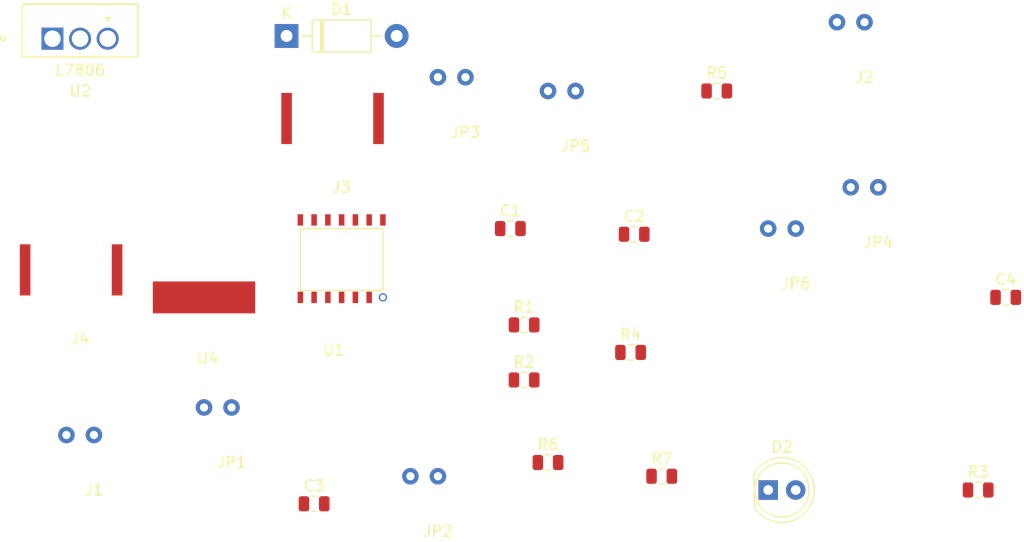
<source format=kicad_pcb>
(kicad_pcb (version 20171130) (host pcbnew "(6.0.0-rc1-dev-305-gf0b8b21)")

  (general
    (thickness 1.6)
    (drawings 0)
    (tracks 0)
    (zones 0)
    (modules 26)
    (nets 19)
  )

  (page A4)
  (layers
    (0 F.Cu signal)
    (31 B.Cu signal)
    (32 B.Adhes user)
    (33 F.Adhes user)
    (34 B.Paste user)
    (35 F.Paste user)
    (36 B.SilkS user)
    (37 F.SilkS user)
    (38 B.Mask user)
    (39 F.Mask user)
    (40 Dwgs.User user)
    (41 Cmts.User user)
    (42 Eco1.User user)
    (43 Eco2.User user)
    (44 Edge.Cuts user)
    (45 Margin user)
    (46 B.CrtYd user)
    (47 F.CrtYd user)
    (48 B.Fab user)
    (49 F.Fab user)
  )

  (setup
    (last_trace_width 0.25)
    (trace_clearance 0.2)
    (zone_clearance 0.508)
    (zone_45_only no)
    (trace_min 0.2)
    (via_size 0.8)
    (via_drill 0.4)
    (via_min_size 0.4)
    (via_min_drill 0.3)
    (uvia_size 0.3)
    (uvia_drill 0.1)
    (uvias_allowed no)
    (uvia_min_size 0.2)
    (uvia_min_drill 0.1)
    (edge_width 0.1)
    (segment_width 0.2)
    (pcb_text_width 0.3)
    (pcb_text_size 1.5 1.5)
    (mod_edge_width 0.15)
    (mod_text_size 1 1)
    (mod_text_width 0.15)
    (pad_size 1.524 1.524)
    (pad_drill 0.762)
    (pad_to_mask_clearance 0)
    (aux_axis_origin 0 0)
    (visible_elements FFFFFF7F)
    (pcbplotparams
      (layerselection 0x010fc_ffffffff)
      (usegerberextensions false)
      (usegerberattributes false)
      (usegerberadvancedattributes false)
      (creategerberjobfile false)
      (excludeedgelayer true)
      (linewidth 0.100000)
      (plotframeref false)
      (viasonmask false)
      (mode 1)
      (useauxorigin false)
      (hpglpennumber 1)
      (hpglpenspeed 20)
      (hpglpendiameter 15.000000)
      (psnegative false)
      (psa4output false)
      (plotreference true)
      (plotvalue true)
      (plotinvisibletext false)
      (padsonsilk false)
      (subtractmaskfromsilk false)
      (outputformat 1)
      (mirror false)
      (drillshape 1)
      (scaleselection 1)
      (outputdirectory ""))
  )

  (net 0 "")
  (net 1 "Net-(C1-Pad1)")
  (net 2 "Net-(C1-Pad2)")
  (net 3 "Net-(C2-Pad2)")
  (net 4 GND)
  (net 5 VCC)
  (net 6 "Net-(D1-Pad2)")
  (net 7 "Net-(D2-Pad2)")
  (net 8 "Net-(J1-Pad1)")
  (net 9 "Net-(J3-Pad1)")
  (net 10 "Net-(J4-Pad1)")
  (net 11 "Net-(JP3-Pad1)")
  (net 12 "Net-(JP3-Pad2)")
  (net 13 "Net-(JP4-Pad2)")
  (net 14 "Net-(JP5-Pad2)")
  (net 15 "Net-(JP6-Pad2)")
  (net 16 "Net-(U1-Pad12)")
  (net 17 "Net-(U1-Pad11)")
  (net 18 "Net-(U1-Pad13)")

  (net_class Default "This is the default net class."
    (clearance 0.2)
    (trace_width 0.25)
    (via_dia 0.8)
    (via_drill 0.4)
    (uvia_dia 0.3)
    (uvia_drill 0.1)
    (add_net GND)
    (add_net "Net-(C1-Pad1)")
    (add_net "Net-(C1-Pad2)")
    (add_net "Net-(C2-Pad2)")
    (add_net "Net-(D1-Pad2)")
    (add_net "Net-(D2-Pad2)")
    (add_net "Net-(J1-Pad1)")
    (add_net "Net-(J3-Pad1)")
    (add_net "Net-(J4-Pad1)")
    (add_net "Net-(JP3-Pad1)")
    (add_net "Net-(JP3-Pad2)")
    (add_net "Net-(JP4-Pad2)")
    (add_net "Net-(JP5-Pad2)")
    (add_net "Net-(JP6-Pad2)")
    (add_net "Net-(U1-Pad11)")
    (add_net "Net-(U1-Pad12)")
    (add_net "Net-(U1-Pad13)")
    (add_net VCC)
  )

  (module Capacitor_SMD:C_0805_2012Metric (layer F.Cu) (tedit 5B36C52B) (tstamp 5BFC0FCC)
    (at 123.5225 91.44)
    (descr "Capacitor SMD 0805 (2012 Metric), square (rectangular) end terminal, IPC_7351 nominal, (Body size source: https://docs.google.com/spreadsheets/d/1BsfQQcO9C6DZCsRaXUlFlo91Tg2WpOkGARC1WS5S8t0/edit?usp=sharing), generated with kicad-footprint-generator")
    (tags capacitor)
    (path /5BF34F04)
    (attr smd)
    (fp_text reference C1 (at 0 -1.65) (layer F.SilkS)
      (effects (font (size 1 1) (thickness 0.15)))
    )
    (fp_text value C (at 0 1.65) (layer F.Fab)
      (effects (font (size 1 1) (thickness 0.15)))
    )
    (fp_line (start -1 0.6) (end -1 -0.6) (layer F.Fab) (width 0.1))
    (fp_line (start -1 -0.6) (end 1 -0.6) (layer F.Fab) (width 0.1))
    (fp_line (start 1 -0.6) (end 1 0.6) (layer F.Fab) (width 0.1))
    (fp_line (start 1 0.6) (end -1 0.6) (layer F.Fab) (width 0.1))
    (fp_line (start -0.258578 -0.71) (end 0.258578 -0.71) (layer F.SilkS) (width 0.12))
    (fp_line (start -0.258578 0.71) (end 0.258578 0.71) (layer F.SilkS) (width 0.12))
    (fp_line (start -1.68 0.95) (end -1.68 -0.95) (layer F.CrtYd) (width 0.05))
    (fp_line (start -1.68 -0.95) (end 1.68 -0.95) (layer F.CrtYd) (width 0.05))
    (fp_line (start 1.68 -0.95) (end 1.68 0.95) (layer F.CrtYd) (width 0.05))
    (fp_line (start 1.68 0.95) (end -1.68 0.95) (layer F.CrtYd) (width 0.05))
    (fp_text user %R (at 0 0) (layer F.Fab)
      (effects (font (size 0.5 0.5) (thickness 0.08)))
    )
    (pad 1 smd roundrect (at -0.9375 0) (size 0.975 1.4) (layers F.Cu F.Paste F.Mask) (roundrect_rratio 0.25)
      (net 1 "Net-(C1-Pad1)"))
    (pad 2 smd roundrect (at 0.9375 0) (size 0.975 1.4) (layers F.Cu F.Paste F.Mask) (roundrect_rratio 0.25)
      (net 2 "Net-(C1-Pad2)"))
    (model ${KISYS3DMOD}/Capacitor_SMD.3dshapes/C_0805_2012Metric.wrl
      (at (xyz 0 0 0))
      (scale (xyz 1 1 1))
      (rotate (xyz 0 0 0))
    )
  )

  (module Capacitor_SMD:C_0805_2012Metric (layer F.Cu) (tedit 5B36C52B) (tstamp 5BFC0FDD)
    (at 134.9525 91.965001)
    (descr "Capacitor SMD 0805 (2012 Metric), square (rectangular) end terminal, IPC_7351 nominal, (Body size source: https://docs.google.com/spreadsheets/d/1BsfQQcO9C6DZCsRaXUlFlo91Tg2WpOkGARC1WS5S8t0/edit?usp=sharing), generated with kicad-footprint-generator")
    (tags capacitor)
    (path /5BF63FDD)
    (attr smd)
    (fp_text reference C2 (at 0 -1.65) (layer F.SilkS)
      (effects (font (size 1 1) (thickness 0.15)))
    )
    (fp_text value C (at 0 1.65) (layer F.Fab)
      (effects (font (size 1 1) (thickness 0.15)))
    )
    (fp_text user %R (at 0 0) (layer F.Fab)
      (effects (font (size 0.5 0.5) (thickness 0.08)))
    )
    (fp_line (start 1.68 0.95) (end -1.68 0.95) (layer F.CrtYd) (width 0.05))
    (fp_line (start 1.68 -0.95) (end 1.68 0.95) (layer F.CrtYd) (width 0.05))
    (fp_line (start -1.68 -0.95) (end 1.68 -0.95) (layer F.CrtYd) (width 0.05))
    (fp_line (start -1.68 0.95) (end -1.68 -0.95) (layer F.CrtYd) (width 0.05))
    (fp_line (start -0.258578 0.71) (end 0.258578 0.71) (layer F.SilkS) (width 0.12))
    (fp_line (start -0.258578 -0.71) (end 0.258578 -0.71) (layer F.SilkS) (width 0.12))
    (fp_line (start 1 0.6) (end -1 0.6) (layer F.Fab) (width 0.1))
    (fp_line (start 1 -0.6) (end 1 0.6) (layer F.Fab) (width 0.1))
    (fp_line (start -1 -0.6) (end 1 -0.6) (layer F.Fab) (width 0.1))
    (fp_line (start -1 0.6) (end -1 -0.6) (layer F.Fab) (width 0.1))
    (pad 2 smd roundrect (at 0.9375 0) (size 0.975 1.4) (layers F.Cu F.Paste F.Mask) (roundrect_rratio 0.25)
      (net 3 "Net-(C2-Pad2)"))
    (pad 1 smd roundrect (at -0.9375 0) (size 0.975 1.4) (layers F.Cu F.Paste F.Mask) (roundrect_rratio 0.25)
      (net 4 GND))
    (model ${KISYS3DMOD}/Capacitor_SMD.3dshapes/C_0805_2012Metric.wrl
      (at (xyz 0 0 0))
      (scale (xyz 1 1 1))
      (rotate (xyz 0 0 0))
    )
  )

  (module Capacitor_SMD:C_0805_2012Metric (layer F.Cu) (tedit 5B36C52B) (tstamp 5BFC0FEE)
    (at 105.41 116.84)
    (descr "Capacitor SMD 0805 (2012 Metric), square (rectangular) end terminal, IPC_7351 nominal, (Body size source: https://docs.google.com/spreadsheets/d/1BsfQQcO9C6DZCsRaXUlFlo91Tg2WpOkGARC1WS5S8t0/edit?usp=sharing), generated with kicad-footprint-generator")
    (tags capacitor)
    (path /5BF63C11)
    (attr smd)
    (fp_text reference C3 (at 0 -1.65) (layer F.SilkS)
      (effects (font (size 1 1) (thickness 0.15)))
    )
    (fp_text value C (at 0 1.65) (layer F.Fab)
      (effects (font (size 1 1) (thickness 0.15)))
    )
    (fp_line (start -1 0.6) (end -1 -0.6) (layer F.Fab) (width 0.1))
    (fp_line (start -1 -0.6) (end 1 -0.6) (layer F.Fab) (width 0.1))
    (fp_line (start 1 -0.6) (end 1 0.6) (layer F.Fab) (width 0.1))
    (fp_line (start 1 0.6) (end -1 0.6) (layer F.Fab) (width 0.1))
    (fp_line (start -0.258578 -0.71) (end 0.258578 -0.71) (layer F.SilkS) (width 0.12))
    (fp_line (start -0.258578 0.71) (end 0.258578 0.71) (layer F.SilkS) (width 0.12))
    (fp_line (start -1.68 0.95) (end -1.68 -0.95) (layer F.CrtYd) (width 0.05))
    (fp_line (start -1.68 -0.95) (end 1.68 -0.95) (layer F.CrtYd) (width 0.05))
    (fp_line (start 1.68 -0.95) (end 1.68 0.95) (layer F.CrtYd) (width 0.05))
    (fp_line (start 1.68 0.95) (end -1.68 0.95) (layer F.CrtYd) (width 0.05))
    (fp_text user %R (at 0 0) (layer F.Fab)
      (effects (font (size 0.5 0.5) (thickness 0.08)))
    )
    (pad 1 smd roundrect (at -0.9375 0) (size 0.975 1.4) (layers F.Cu F.Paste F.Mask) (roundrect_rratio 0.25)
      (net 4 GND))
    (pad 2 smd roundrect (at 0.9375 0) (size 0.975 1.4) (layers F.Cu F.Paste F.Mask) (roundrect_rratio 0.25)
      (net 5 VCC))
    (model ${KISYS3DMOD}/Capacitor_SMD.3dshapes/C_0805_2012Metric.wrl
      (at (xyz 0 0 0))
      (scale (xyz 1 1 1))
      (rotate (xyz 0 0 0))
    )
  )

  (module Capacitor_SMD:C_0805_2012Metric (layer F.Cu) (tedit 5B36C52B) (tstamp 5BFC0FFF)
    (at 169.2425 97.79)
    (descr "Capacitor SMD 0805 (2012 Metric), square (rectangular) end terminal, IPC_7351 nominal, (Body size source: https://docs.google.com/spreadsheets/d/1BsfQQcO9C6DZCsRaXUlFlo91Tg2WpOkGARC1WS5S8t0/edit?usp=sharing), generated with kicad-footprint-generator")
    (tags capacitor)
    (path /5BF633DC)
    (attr smd)
    (fp_text reference C4 (at 0 -1.65) (layer F.SilkS)
      (effects (font (size 1 1) (thickness 0.15)))
    )
    (fp_text value C (at 0 1.65) (layer F.Fab)
      (effects (font (size 1 1) (thickness 0.15)))
    )
    (fp_text user %R (at 0 0) (layer F.Fab)
      (effects (font (size 0.5 0.5) (thickness 0.08)))
    )
    (fp_line (start 1.68 0.95) (end -1.68 0.95) (layer F.CrtYd) (width 0.05))
    (fp_line (start 1.68 -0.95) (end 1.68 0.95) (layer F.CrtYd) (width 0.05))
    (fp_line (start -1.68 -0.95) (end 1.68 -0.95) (layer F.CrtYd) (width 0.05))
    (fp_line (start -1.68 0.95) (end -1.68 -0.95) (layer F.CrtYd) (width 0.05))
    (fp_line (start -0.258578 0.71) (end 0.258578 0.71) (layer F.SilkS) (width 0.12))
    (fp_line (start -0.258578 -0.71) (end 0.258578 -0.71) (layer F.SilkS) (width 0.12))
    (fp_line (start 1 0.6) (end -1 0.6) (layer F.Fab) (width 0.1))
    (fp_line (start 1 -0.6) (end 1 0.6) (layer F.Fab) (width 0.1))
    (fp_line (start -1 -0.6) (end 1 -0.6) (layer F.Fab) (width 0.1))
    (fp_line (start -1 0.6) (end -1 -0.6) (layer F.Fab) (width 0.1))
    (pad 2 smd roundrect (at 0.9375 0) (size 0.975 1.4) (layers F.Cu F.Paste F.Mask) (roundrect_rratio 0.25)
      (net 5 VCC))
    (pad 1 smd roundrect (at -0.9375 0) (size 0.975 1.4) (layers F.Cu F.Paste F.Mask) (roundrect_rratio 0.25)
      (net 4 GND))
    (model ${KISYS3DMOD}/Capacitor_SMD.3dshapes/C_0805_2012Metric.wrl
      (at (xyz 0 0 0))
      (scale (xyz 1 1 1))
      (rotate (xyz 0 0 0))
    )
  )

  (module Diode_THT:D_DO-41_SOD81_P10.16mm_Horizontal (layer F.Cu) (tedit 5AE50CD5) (tstamp 5BFC101E)
    (at 102.87 73.66)
    (descr "Diode, DO-41_SOD81 series, Axial, Horizontal, pin pitch=10.16mm, , length*diameter=5.2*2.7mm^2, , http://www.diodes.com/_files/packages/DO-41%20(Plastic).pdf")
    (tags "Diode DO-41_SOD81 series Axial Horizontal pin pitch 10.16mm  length 5.2mm diameter 2.7mm")
    (path /5BF6099A)
    (fp_text reference D1 (at 5.08 -2.47) (layer F.SilkS)
      (effects (font (size 1 1) (thickness 0.15)))
    )
    (fp_text value 1N4001 (at 5.08 2.47) (layer F.Fab)
      (effects (font (size 1 1) (thickness 0.15)))
    )
    (fp_line (start 2.48 -1.35) (end 2.48 1.35) (layer F.Fab) (width 0.1))
    (fp_line (start 2.48 1.35) (end 7.68 1.35) (layer F.Fab) (width 0.1))
    (fp_line (start 7.68 1.35) (end 7.68 -1.35) (layer F.Fab) (width 0.1))
    (fp_line (start 7.68 -1.35) (end 2.48 -1.35) (layer F.Fab) (width 0.1))
    (fp_line (start 0 0) (end 2.48 0) (layer F.Fab) (width 0.1))
    (fp_line (start 10.16 0) (end 7.68 0) (layer F.Fab) (width 0.1))
    (fp_line (start 3.26 -1.35) (end 3.26 1.35) (layer F.Fab) (width 0.1))
    (fp_line (start 3.36 -1.35) (end 3.36 1.35) (layer F.Fab) (width 0.1))
    (fp_line (start 3.16 -1.35) (end 3.16 1.35) (layer F.Fab) (width 0.1))
    (fp_line (start 2.36 -1.47) (end 2.36 1.47) (layer F.SilkS) (width 0.12))
    (fp_line (start 2.36 1.47) (end 7.8 1.47) (layer F.SilkS) (width 0.12))
    (fp_line (start 7.8 1.47) (end 7.8 -1.47) (layer F.SilkS) (width 0.12))
    (fp_line (start 7.8 -1.47) (end 2.36 -1.47) (layer F.SilkS) (width 0.12))
    (fp_line (start 1.34 0) (end 2.36 0) (layer F.SilkS) (width 0.12))
    (fp_line (start 8.82 0) (end 7.8 0) (layer F.SilkS) (width 0.12))
    (fp_line (start 3.26 -1.47) (end 3.26 1.47) (layer F.SilkS) (width 0.12))
    (fp_line (start 3.38 -1.47) (end 3.38 1.47) (layer F.SilkS) (width 0.12))
    (fp_line (start 3.14 -1.47) (end 3.14 1.47) (layer F.SilkS) (width 0.12))
    (fp_line (start -1.35 -1.6) (end -1.35 1.6) (layer F.CrtYd) (width 0.05))
    (fp_line (start -1.35 1.6) (end 11.51 1.6) (layer F.CrtYd) (width 0.05))
    (fp_line (start 11.51 1.6) (end 11.51 -1.6) (layer F.CrtYd) (width 0.05))
    (fp_line (start 11.51 -1.6) (end -1.35 -1.6) (layer F.CrtYd) (width 0.05))
    (fp_text user %R (at 5.47 0) (layer F.Fab)
      (effects (font (size 1 1) (thickness 0.15)))
    )
    (fp_text user K (at 0 -2.1) (layer F.Fab)
      (effects (font (size 1 1) (thickness 0.15)))
    )
    (fp_text user K (at 0 -2.1) (layer F.SilkS)
      (effects (font (size 1 1) (thickness 0.15)))
    )
    (pad 1 thru_hole rect (at 0 0) (size 2.2 2.2) (drill 1.1) (layers *.Cu *.Mask)
      (net 3 "Net-(C2-Pad2)"))
    (pad 2 thru_hole oval (at 10.16 0) (size 2.2 2.2) (drill 1.1) (layers *.Cu *.Mask)
      (net 6 "Net-(D1-Pad2)"))
    (model ${KISYS3DMOD}/Diode_THT.3dshapes/D_DO-41_SOD81_P10.16mm_Horizontal.wrl
      (at (xyz 0 0 0))
      (scale (xyz 1 1 1))
      (rotate (xyz 0 0 0))
    )
  )

  (module LED_THT:LED_D5.0mm (layer F.Cu) (tedit 5995936A) (tstamp 5BFC1030)
    (at 147.32 115.57)
    (descr "LED, diameter 5.0mm, 2 pins, http://cdn-reichelt.de/documents/datenblatt/A500/LL-504BC2E-009.pdf")
    (tags "LED diameter 5.0mm 2 pins")
    (path /5BF68440)
    (fp_text reference D2 (at 1.27 -3.96) (layer F.SilkS)
      (effects (font (size 1 1) (thickness 0.15)))
    )
    (fp_text value LED (at 1.27 3.96) (layer F.Fab)
      (effects (font (size 1 1) (thickness 0.15)))
    )
    (fp_arc (start 1.27 0) (end -1.23 -1.469694) (angle 299.1) (layer F.Fab) (width 0.1))
    (fp_arc (start 1.27 0) (end -1.29 -1.54483) (angle 148.9) (layer F.SilkS) (width 0.12))
    (fp_arc (start 1.27 0) (end -1.29 1.54483) (angle -148.9) (layer F.SilkS) (width 0.12))
    (fp_circle (center 1.27 0) (end 3.77 0) (layer F.Fab) (width 0.1))
    (fp_circle (center 1.27 0) (end 3.77 0) (layer F.SilkS) (width 0.12))
    (fp_line (start -1.23 -1.469694) (end -1.23 1.469694) (layer F.Fab) (width 0.1))
    (fp_line (start -1.29 -1.545) (end -1.29 1.545) (layer F.SilkS) (width 0.12))
    (fp_line (start -1.95 -3.25) (end -1.95 3.25) (layer F.CrtYd) (width 0.05))
    (fp_line (start -1.95 3.25) (end 4.5 3.25) (layer F.CrtYd) (width 0.05))
    (fp_line (start 4.5 3.25) (end 4.5 -3.25) (layer F.CrtYd) (width 0.05))
    (fp_line (start 4.5 -3.25) (end -1.95 -3.25) (layer F.CrtYd) (width 0.05))
    (fp_text user %R (at 1.25 0) (layer F.Fab)
      (effects (font (size 0.8 0.8) (thickness 0.2)))
    )
    (pad 1 thru_hole rect (at 0 0) (size 1.8 1.8) (drill 0.9) (layers *.Cu *.Mask)
      (net 4 GND))
    (pad 2 thru_hole circle (at 2.54 0) (size 1.8 1.8) (drill 0.9) (layers *.Cu *.Mask)
      (net 7 "Net-(D2-Pad2)"))
    (model ${KISYS3DMOD}/LED_THT.3dshapes/LED_D5.0mm.wrl
      (at (xyz 0 0 0))
      (scale (xyz 1 1 1))
      (rotate (xyz 0 0 0))
    )
  )

  (module My_Footprints:Two_Pos_Jumper (layer F.Cu) (tedit 5BFB934F) (tstamp 5BFC1036)
    (at 82.55 110.49)
    (path /5BF34C06)
    (fp_text reference J1 (at 2.54 5.08) (layer F.SilkS)
      (effects (font (size 1 1) (thickness 0.15)))
    )
    (fp_text value Conn_01x02_Male (at 2.54 2.54) (layer F.Fab)
      (effects (font (size 1 1) (thickness 0.15)))
    )
    (pad 1 thru_hole circle (at 0 0) (size 1.524 1.524) (drill 0.762) (layers *.Cu *.Mask)
      (net 8 "Net-(J1-Pad1)"))
    (pad 2 thru_hole circle (at 2.54 0) (size 1.524 1.524) (drill 0.762) (layers *.Cu *.Mask)
      (net 4 GND))
  )

  (module My_Footprints:Two_Pos_Jumper (layer F.Cu) (tedit 5BFB934F) (tstamp 5BFC103C)
    (at 153.67 72.39)
    (path /5BF61605)
    (fp_text reference J2 (at 2.54 5.08) (layer F.SilkS)
      (effects (font (size 1 1) (thickness 0.15)))
    )
    (fp_text value Conn_01x02_Male (at 2.54 2.54) (layer F.Fab)
      (effects (font (size 1 1) (thickness 0.15)))
    )
    (pad 2 thru_hole circle (at 2.54 0) (size 1.524 1.524) (drill 0.762) (layers *.Cu *.Mask)
      (net 4 GND))
    (pad 1 thru_hole circle (at 0 0) (size 1.524 1.524) (drill 0.762) (layers *.Cu *.Mask)
      (net 6 "Net-(D1-Pad2)"))
  )

  (module My_Footprints:BNC_Connector (layer F.Cu) (tedit 5BFBB8CB) (tstamp 5BFC1047)
    (at 102.87 81.28)
    (path /5BF5C810)
    (fp_text reference J3 (at 5.08 6.35) (layer F.SilkS)
      (effects (font (size 1 1) (thickness 0.15)))
    )
    (fp_text value Conn_Coaxial (at 4.445 4.445) (layer F.Fab)
      (effects (font (size 1 1) (thickness 0.15)))
    )
    (fp_line (start 3.84175 0) (end 3.84175 -2.3622) (layer F.CrtYd) (width 0.12))
    (fp_line (start 3.84175 -2.3622) (end 4.54025 -2.3622) (layer F.CrtYd) (width 0.12))
    (fp_line (start 4.54025 -2.3622) (end 4.54025 2.3622) (layer F.CrtYd) (width 0.12))
    (fp_line (start 4.54025 2.3622) (end 3.84175 2.3622) (layer F.CrtYd) (width 0.12))
    (fp_line (start 3.84175 2.3622) (end 3.84175 0) (layer F.CrtYd) (width 0.12))
    (pad 1 smd rect (at 0 0) (size 0.9779 4.7244) (layers F.Cu F.Paste F.Mask)
      (net 9 "Net-(J3-Pad1)"))
    (pad 2 smd rect (at 8.4836 0) (size 0.9779 4.7244) (layers F.Cu F.Paste F.Mask)
      (net 4 GND))
  )

  (module My_Footprints:BNC_Connector (layer F.Cu) (tedit 5BFBB8CB) (tstamp 5BFC1052)
    (at 78.74 95.25)
    (path /5BF5CE7C)
    (fp_text reference J4 (at 5.08 6.35) (layer F.SilkS)
      (effects (font (size 1 1) (thickness 0.15)))
    )
    (fp_text value Conn_Coaxial (at 4.445 4.445) (layer F.Fab)
      (effects (font (size 1 1) (thickness 0.15)))
    )
    (fp_line (start 3.84175 2.3622) (end 3.84175 0) (layer F.CrtYd) (width 0.12))
    (fp_line (start 4.54025 2.3622) (end 3.84175 2.3622) (layer F.CrtYd) (width 0.12))
    (fp_line (start 4.54025 -2.3622) (end 4.54025 2.3622) (layer F.CrtYd) (width 0.12))
    (fp_line (start 3.84175 -2.3622) (end 4.54025 -2.3622) (layer F.CrtYd) (width 0.12))
    (fp_line (start 3.84175 0) (end 3.84175 -2.3622) (layer F.CrtYd) (width 0.12))
    (pad 2 smd rect (at 8.4836 0) (size 0.9779 4.7244) (layers F.Cu F.Paste F.Mask)
      (net 4 GND))
    (pad 1 smd rect (at 0 0) (size 0.9779 4.7244) (layers F.Cu F.Paste F.Mask)
      (net 10 "Net-(J4-Pad1)"))
  )

  (module My_Footprints:Two_Pos_Jumper (layer F.Cu) (tedit 5BFB934F) (tstamp 5BFC1058)
    (at 95.25 107.95)
    (path /5BFC95F1)
    (fp_text reference JP1 (at 2.54 5.08) (layer F.SilkS)
      (effects (font (size 1 1) (thickness 0.15)))
    )
    (fp_text value Jumper (at 2.54 2.54) (layer F.Fab)
      (effects (font (size 1 1) (thickness 0.15)))
    )
    (pad 1 thru_hole circle (at 0 0) (size 1.524 1.524) (drill 0.762) (layers *.Cu *.Mask)
      (net 8 "Net-(J1-Pad1)"))
    (pad 2 thru_hole circle (at 2.54 0) (size 1.524 1.524) (drill 0.762) (layers *.Cu *.Mask)
      (net 2 "Net-(C1-Pad2)"))
  )

  (module My_Footprints:Two_Pos_Jumper (layer F.Cu) (tedit 5BFB934F) (tstamp 5BFC105E)
    (at 114.3 114.3)
    (path /5BFCA8E8)
    (fp_text reference JP2 (at 2.54 5.08) (layer F.SilkS)
      (effects (font (size 1 1) (thickness 0.15)))
    )
    (fp_text value Jumper (at 2.54 2.54) (layer F.Fab)
      (effects (font (size 1 1) (thickness 0.15)))
    )
    (pad 2 thru_hole circle (at 2.54 0) (size 1.524 1.524) (drill 0.762) (layers *.Cu *.Mask)
      (net 2 "Net-(C1-Pad2)"))
    (pad 1 thru_hole circle (at 0 0) (size 1.524 1.524) (drill 0.762) (layers *.Cu *.Mask)
      (net 4 GND))
  )

  (module My_Footprints:Two_Pos_Jumper (layer F.Cu) (tedit 5BFB934F) (tstamp 5BFC1064)
    (at 116.84 77.47)
    (path /5BFA2C68)
    (fp_text reference JP3 (at 2.54 5.08) (layer F.SilkS)
      (effects (font (size 1 1) (thickness 0.15)))
    )
    (fp_text value Jumper (at 2.54 2.54) (layer F.Fab)
      (effects (font (size 1 1) (thickness 0.15)))
    )
    (pad 1 thru_hole circle (at 0 0) (size 1.524 1.524) (drill 0.762) (layers *.Cu *.Mask)
      (net 11 "Net-(JP3-Pad1)"))
    (pad 2 thru_hole circle (at 2.54 0) (size 1.524 1.524) (drill 0.762) (layers *.Cu *.Mask)
      (net 12 "Net-(JP3-Pad2)"))
  )

  (module My_Footprints:Two_Pos_Jumper (layer F.Cu) (tedit 5BFB934F) (tstamp 5BFC106A)
    (at 154.94 87.63)
    (path /5BFA2CF7)
    (fp_text reference JP4 (at 2.54 5.08) (layer F.SilkS)
      (effects (font (size 1 1) (thickness 0.15)))
    )
    (fp_text value Jumper (at 2.54 2.54) (layer F.Fab)
      (effects (font (size 1 1) (thickness 0.15)))
    )
    (pad 2 thru_hole circle (at 2.54 0) (size 1.524 1.524) (drill 0.762) (layers *.Cu *.Mask)
      (net 13 "Net-(JP4-Pad2)"))
    (pad 1 thru_hole circle (at 0 0) (size 1.524 1.524) (drill 0.762) (layers *.Cu *.Mask)
      (net 11 "Net-(JP3-Pad1)"))
  )

  (module My_Footprints:Two_Pos_Jumper (layer F.Cu) (tedit 5BFB934F) (tstamp 5BFC1070)
    (at 127 78.74)
    (path /5BFA3C4F)
    (fp_text reference JP5 (at 2.54 5.08) (layer F.SilkS)
      (effects (font (size 1 1) (thickness 0.15)))
    )
    (fp_text value Jumper (at 2.54 2.54) (layer F.Fab)
      (effects (font (size 1 1) (thickness 0.15)))
    )
    (pad 1 thru_hole circle (at 0 0) (size 1.524 1.524) (drill 0.762) (layers *.Cu *.Mask)
      (net 11 "Net-(JP3-Pad1)"))
    (pad 2 thru_hole circle (at 2.54 0) (size 1.524 1.524) (drill 0.762) (layers *.Cu *.Mask)
      (net 14 "Net-(JP5-Pad2)"))
  )

  (module My_Footprints:Two_Pos_Jumper (layer F.Cu) (tedit 5BFB934F) (tstamp 5BFC1076)
    (at 147.32 91.44)
    (path /5BFAAAF3)
    (fp_text reference JP6 (at 2.54 5.08) (layer F.SilkS)
      (effects (font (size 1 1) (thickness 0.15)))
    )
    (fp_text value Jumper (at 2.54 2.54) (layer F.Fab)
      (effects (font (size 1 1) (thickness 0.15)))
    )
    (pad 2 thru_hole circle (at 2.54 0) (size 1.524 1.524) (drill 0.762) (layers *.Cu *.Mask)
      (net 15 "Net-(JP6-Pad2)"))
    (pad 1 thru_hole circle (at 0 0) (size 1.524 1.524) (drill 0.762) (layers *.Cu *.Mask)
      (net 11 "Net-(JP3-Pad1)"))
  )

  (module Resistor_SMD:R_0805_2012Metric (layer F.Cu) (tedit 5B36C52B) (tstamp 5BFC1087)
    (at 124.7925 100.33)
    (descr "Resistor SMD 0805 (2012 Metric), square (rectangular) end terminal, IPC_7351 nominal, (Body size source: https://docs.google.com/spreadsheets/d/1BsfQQcO9C6DZCsRaXUlFlo91Tg2WpOkGARC1WS5S8t0/edit?usp=sharing), generated with kicad-footprint-generator")
    (tags resistor)
    (path /5BF350A6)
    (attr smd)
    (fp_text reference R1 (at 0 -1.65) (layer F.SilkS)
      (effects (font (size 1 1) (thickness 0.15)))
    )
    (fp_text value R (at 0 1.65) (layer F.Fab)
      (effects (font (size 1 1) (thickness 0.15)))
    )
    (fp_text user %R (at 0 0) (layer F.Fab)
      (effects (font (size 0.5 0.5) (thickness 0.08)))
    )
    (fp_line (start 1.68 0.95) (end -1.68 0.95) (layer F.CrtYd) (width 0.05))
    (fp_line (start 1.68 -0.95) (end 1.68 0.95) (layer F.CrtYd) (width 0.05))
    (fp_line (start -1.68 -0.95) (end 1.68 -0.95) (layer F.CrtYd) (width 0.05))
    (fp_line (start -1.68 0.95) (end -1.68 -0.95) (layer F.CrtYd) (width 0.05))
    (fp_line (start -0.258578 0.71) (end 0.258578 0.71) (layer F.SilkS) (width 0.12))
    (fp_line (start -0.258578 -0.71) (end 0.258578 -0.71) (layer F.SilkS) (width 0.12))
    (fp_line (start 1 0.6) (end -1 0.6) (layer F.Fab) (width 0.1))
    (fp_line (start 1 -0.6) (end 1 0.6) (layer F.Fab) (width 0.1))
    (fp_line (start -1 -0.6) (end 1 -0.6) (layer F.Fab) (width 0.1))
    (fp_line (start -1 0.6) (end -1 -0.6) (layer F.Fab) (width 0.1))
    (pad 2 smd roundrect (at 0.9375 0) (size 0.975 1.4) (layers F.Cu F.Paste F.Mask) (roundrect_rratio 0.25)
      (net 1 "Net-(C1-Pad1)"))
    (pad 1 smd roundrect (at -0.9375 0) (size 0.975 1.4) (layers F.Cu F.Paste F.Mask) (roundrect_rratio 0.25)
      (net 5 VCC))
    (model ${KISYS3DMOD}/Resistor_SMD.3dshapes/R_0805_2012Metric.wrl
      (at (xyz 0 0 0))
      (scale (xyz 1 1 1))
      (rotate (xyz 0 0 0))
    )
  )

  (module Resistor_SMD:R_0805_2012Metric (layer F.Cu) (tedit 5B36C52B) (tstamp 5BFC1098)
    (at 124.7925 105.41)
    (descr "Resistor SMD 0805 (2012 Metric), square (rectangular) end terminal, IPC_7351 nominal, (Body size source: https://docs.google.com/spreadsheets/d/1BsfQQcO9C6DZCsRaXUlFlo91Tg2WpOkGARC1WS5S8t0/edit?usp=sharing), generated with kicad-footprint-generator")
    (tags resistor)
    (path /5BF34FD3)
    (attr smd)
    (fp_text reference R2 (at 0 -1.65) (layer F.SilkS)
      (effects (font (size 1 1) (thickness 0.15)))
    )
    (fp_text value R (at 0 1.65) (layer F.Fab)
      (effects (font (size 1 1) (thickness 0.15)))
    )
    (fp_line (start -1 0.6) (end -1 -0.6) (layer F.Fab) (width 0.1))
    (fp_line (start -1 -0.6) (end 1 -0.6) (layer F.Fab) (width 0.1))
    (fp_line (start 1 -0.6) (end 1 0.6) (layer F.Fab) (width 0.1))
    (fp_line (start 1 0.6) (end -1 0.6) (layer F.Fab) (width 0.1))
    (fp_line (start -0.258578 -0.71) (end 0.258578 -0.71) (layer F.SilkS) (width 0.12))
    (fp_line (start -0.258578 0.71) (end 0.258578 0.71) (layer F.SilkS) (width 0.12))
    (fp_line (start -1.68 0.95) (end -1.68 -0.95) (layer F.CrtYd) (width 0.05))
    (fp_line (start -1.68 -0.95) (end 1.68 -0.95) (layer F.CrtYd) (width 0.05))
    (fp_line (start 1.68 -0.95) (end 1.68 0.95) (layer F.CrtYd) (width 0.05))
    (fp_line (start 1.68 0.95) (end -1.68 0.95) (layer F.CrtYd) (width 0.05))
    (fp_text user %R (at 0 0) (layer F.Fab)
      (effects (font (size 0.5 0.5) (thickness 0.08)))
    )
    (pad 1 smd roundrect (at -0.9375 0) (size 0.975 1.4) (layers F.Cu F.Paste F.Mask) (roundrect_rratio 0.25)
      (net 1 "Net-(C1-Pad1)"))
    (pad 2 smd roundrect (at 0.9375 0) (size 0.975 1.4) (layers F.Cu F.Paste F.Mask) (roundrect_rratio 0.25)
      (net 4 GND))
    (model ${KISYS3DMOD}/Resistor_SMD.3dshapes/R_0805_2012Metric.wrl
      (at (xyz 0 0 0))
      (scale (xyz 1 1 1))
      (rotate (xyz 0 0 0))
    )
  )

  (module Resistor_SMD:R_0805_2012Metric (layer F.Cu) (tedit 5B36C52B) (tstamp 5BFC10A9)
    (at 166.7025 115.57)
    (descr "Resistor SMD 0805 (2012 Metric), square (rectangular) end terminal, IPC_7351 nominal, (Body size source: https://docs.google.com/spreadsheets/d/1BsfQQcO9C6DZCsRaXUlFlo91Tg2WpOkGARC1WS5S8t0/edit?usp=sharing), generated with kicad-footprint-generator")
    (tags resistor)
    (path /5BF687EC)
    (attr smd)
    (fp_text reference R3 (at 0 -1.65) (layer F.SilkS)
      (effects (font (size 1 1) (thickness 0.15)))
    )
    (fp_text value R (at 0 1.65) (layer F.Fab)
      (effects (font (size 1 1) (thickness 0.15)))
    )
    (fp_text user %R (at 0 0) (layer F.Fab)
      (effects (font (size 0.5 0.5) (thickness 0.08)))
    )
    (fp_line (start 1.68 0.95) (end -1.68 0.95) (layer F.CrtYd) (width 0.05))
    (fp_line (start 1.68 -0.95) (end 1.68 0.95) (layer F.CrtYd) (width 0.05))
    (fp_line (start -1.68 -0.95) (end 1.68 -0.95) (layer F.CrtYd) (width 0.05))
    (fp_line (start -1.68 0.95) (end -1.68 -0.95) (layer F.CrtYd) (width 0.05))
    (fp_line (start -0.258578 0.71) (end 0.258578 0.71) (layer F.SilkS) (width 0.12))
    (fp_line (start -0.258578 -0.71) (end 0.258578 -0.71) (layer F.SilkS) (width 0.12))
    (fp_line (start 1 0.6) (end -1 0.6) (layer F.Fab) (width 0.1))
    (fp_line (start 1 -0.6) (end 1 0.6) (layer F.Fab) (width 0.1))
    (fp_line (start -1 -0.6) (end 1 -0.6) (layer F.Fab) (width 0.1))
    (fp_line (start -1 0.6) (end -1 -0.6) (layer F.Fab) (width 0.1))
    (pad 2 smd roundrect (at 0.9375 0) (size 0.975 1.4) (layers F.Cu F.Paste F.Mask) (roundrect_rratio 0.25)
      (net 5 VCC))
    (pad 1 smd roundrect (at -0.9375 0) (size 0.975 1.4) (layers F.Cu F.Paste F.Mask) (roundrect_rratio 0.25)
      (net 7 "Net-(D2-Pad2)"))
    (model ${KISYS3DMOD}/Resistor_SMD.3dshapes/R_0805_2012Metric.wrl
      (at (xyz 0 0 0))
      (scale (xyz 1 1 1))
      (rotate (xyz 0 0 0))
    )
  )

  (module Resistor_SMD:R_0805_2012Metric (layer F.Cu) (tedit 5B36C52B) (tstamp 5BFC10BA)
    (at 134.62 102.87)
    (descr "Resistor SMD 0805 (2012 Metric), square (rectangular) end terminal, IPC_7351 nominal, (Body size source: https://docs.google.com/spreadsheets/d/1BsfQQcO9C6DZCsRaXUlFlo91Tg2WpOkGARC1WS5S8t0/edit?usp=sharing), generated with kicad-footprint-generator")
    (tags resistor)
    (path /5BFA4BB6)
    (attr smd)
    (fp_text reference R4 (at 0 -1.65) (layer F.SilkS)
      (effects (font (size 1 1) (thickness 0.15)))
    )
    (fp_text value R (at 0 1.65) (layer F.Fab)
      (effects (font (size 1 1) (thickness 0.15)))
    )
    (fp_line (start -1 0.6) (end -1 -0.6) (layer F.Fab) (width 0.1))
    (fp_line (start -1 -0.6) (end 1 -0.6) (layer F.Fab) (width 0.1))
    (fp_line (start 1 -0.6) (end 1 0.6) (layer F.Fab) (width 0.1))
    (fp_line (start 1 0.6) (end -1 0.6) (layer F.Fab) (width 0.1))
    (fp_line (start -0.258578 -0.71) (end 0.258578 -0.71) (layer F.SilkS) (width 0.12))
    (fp_line (start -0.258578 0.71) (end 0.258578 0.71) (layer F.SilkS) (width 0.12))
    (fp_line (start -1.68 0.95) (end -1.68 -0.95) (layer F.CrtYd) (width 0.05))
    (fp_line (start -1.68 -0.95) (end 1.68 -0.95) (layer F.CrtYd) (width 0.05))
    (fp_line (start 1.68 -0.95) (end 1.68 0.95) (layer F.CrtYd) (width 0.05))
    (fp_line (start 1.68 0.95) (end -1.68 0.95) (layer F.CrtYd) (width 0.05))
    (fp_text user %R (at 0 0) (layer F.Fab)
      (effects (font (size 0.5 0.5) (thickness 0.08)))
    )
    (pad 1 smd roundrect (at -0.9375 0) (size 0.975 1.4) (layers F.Cu F.Paste F.Mask) (roundrect_rratio 0.25)
      (net 15 "Net-(JP6-Pad2)"))
    (pad 2 smd roundrect (at 0.9375 0) (size 0.975 1.4) (layers F.Cu F.Paste F.Mask) (roundrect_rratio 0.25)
      (net 12 "Net-(JP3-Pad2)"))
    (model ${KISYS3DMOD}/Resistor_SMD.3dshapes/R_0805_2012Metric.wrl
      (at (xyz 0 0 0))
      (scale (xyz 1 1 1))
      (rotate (xyz 0 0 0))
    )
  )

  (module Resistor_SMD:R_0805_2012Metric (layer F.Cu) (tedit 5B36C52B) (tstamp 5BFC10CB)
    (at 142.5725 78.74)
    (descr "Resistor SMD 0805 (2012 Metric), square (rectangular) end terminal, IPC_7351 nominal, (Body size source: https://docs.google.com/spreadsheets/d/1BsfQQcO9C6DZCsRaXUlFlo91Tg2WpOkGARC1WS5S8t0/edit?usp=sharing), generated with kicad-footprint-generator")
    (tags resistor)
    (path /5BFA4CB4)
    (attr smd)
    (fp_text reference R5 (at 0 -1.65) (layer F.SilkS)
      (effects (font (size 1 1) (thickness 0.15)))
    )
    (fp_text value R (at 0 1.65) (layer F.Fab)
      (effects (font (size 1 1) (thickness 0.15)))
    )
    (fp_text user %R (at 0 0) (layer F.Fab)
      (effects (font (size 0.5 0.5) (thickness 0.08)))
    )
    (fp_line (start 1.68 0.95) (end -1.68 0.95) (layer F.CrtYd) (width 0.05))
    (fp_line (start 1.68 -0.95) (end 1.68 0.95) (layer F.CrtYd) (width 0.05))
    (fp_line (start -1.68 -0.95) (end 1.68 -0.95) (layer F.CrtYd) (width 0.05))
    (fp_line (start -1.68 0.95) (end -1.68 -0.95) (layer F.CrtYd) (width 0.05))
    (fp_line (start -0.258578 0.71) (end 0.258578 0.71) (layer F.SilkS) (width 0.12))
    (fp_line (start -0.258578 -0.71) (end 0.258578 -0.71) (layer F.SilkS) (width 0.12))
    (fp_line (start 1 0.6) (end -1 0.6) (layer F.Fab) (width 0.1))
    (fp_line (start 1 -0.6) (end 1 0.6) (layer F.Fab) (width 0.1))
    (fp_line (start -1 -0.6) (end 1 -0.6) (layer F.Fab) (width 0.1))
    (fp_line (start -1 0.6) (end -1 -0.6) (layer F.Fab) (width 0.1))
    (pad 2 smd roundrect (at 0.9375 0) (size 0.975 1.4) (layers F.Cu F.Paste F.Mask) (roundrect_rratio 0.25)
      (net 13 "Net-(JP4-Pad2)"))
    (pad 1 smd roundrect (at -0.9375 0) (size 0.975 1.4) (layers F.Cu F.Paste F.Mask) (roundrect_rratio 0.25)
      (net 15 "Net-(JP6-Pad2)"))
    (model ${KISYS3DMOD}/Resistor_SMD.3dshapes/R_0805_2012Metric.wrl
      (at (xyz 0 0 0))
      (scale (xyz 1 1 1))
      (rotate (xyz 0 0 0))
    )
  )

  (module Resistor_SMD:R_0805_2012Metric (layer F.Cu) (tedit 5B36C52B) (tstamp 5BFC10DC)
    (at 127 113.03)
    (descr "Resistor SMD 0805 (2012 Metric), square (rectangular) end terminal, IPC_7351 nominal, (Body size source: https://docs.google.com/spreadsheets/d/1BsfQQcO9C6DZCsRaXUlFlo91Tg2WpOkGARC1WS5S8t0/edit?usp=sharing), generated with kicad-footprint-generator")
    (tags resistor)
    (path /5BFA5C0B)
    (attr smd)
    (fp_text reference R6 (at 0 -1.65) (layer F.SilkS)
      (effects (font (size 1 1) (thickness 0.15)))
    )
    (fp_text value R (at 0 1.65) (layer F.Fab)
      (effects (font (size 1 1) (thickness 0.15)))
    )
    (fp_line (start -1 0.6) (end -1 -0.6) (layer F.Fab) (width 0.1))
    (fp_line (start -1 -0.6) (end 1 -0.6) (layer F.Fab) (width 0.1))
    (fp_line (start 1 -0.6) (end 1 0.6) (layer F.Fab) (width 0.1))
    (fp_line (start 1 0.6) (end -1 0.6) (layer F.Fab) (width 0.1))
    (fp_line (start -0.258578 -0.71) (end 0.258578 -0.71) (layer F.SilkS) (width 0.12))
    (fp_line (start -0.258578 0.71) (end 0.258578 0.71) (layer F.SilkS) (width 0.12))
    (fp_line (start -1.68 0.95) (end -1.68 -0.95) (layer F.CrtYd) (width 0.05))
    (fp_line (start -1.68 -0.95) (end 1.68 -0.95) (layer F.CrtYd) (width 0.05))
    (fp_line (start 1.68 -0.95) (end 1.68 0.95) (layer F.CrtYd) (width 0.05))
    (fp_line (start 1.68 0.95) (end -1.68 0.95) (layer F.CrtYd) (width 0.05))
    (fp_text user %R (at 0 0) (layer F.Fab)
      (effects (font (size 0.5 0.5) (thickness 0.08)))
    )
    (pad 1 smd roundrect (at -0.9375 0) (size 0.975 1.4) (layers F.Cu F.Paste F.Mask) (roundrect_rratio 0.25)
      (net 15 "Net-(JP6-Pad2)"))
    (pad 2 smd roundrect (at 0.9375 0) (size 0.975 1.4) (layers F.Cu F.Paste F.Mask) (roundrect_rratio 0.25)
      (net 14 "Net-(JP5-Pad2)"))
    (model ${KISYS3DMOD}/Resistor_SMD.3dshapes/R_0805_2012Metric.wrl
      (at (xyz 0 0 0))
      (scale (xyz 1 1 1))
      (rotate (xyz 0 0 0))
    )
  )

  (module Resistor_SMD:R_0805_2012Metric (layer F.Cu) (tedit 5B36C52B) (tstamp 5BFC10ED)
    (at 137.4925 114.3)
    (descr "Resistor SMD 0805 (2012 Metric), square (rectangular) end terminal, IPC_7351 nominal, (Body size source: https://docs.google.com/spreadsheets/d/1BsfQQcO9C6DZCsRaXUlFlo91Tg2WpOkGARC1WS5S8t0/edit?usp=sharing), generated with kicad-footprint-generator")
    (tags resistor)
    (path /5BF35A5D)
    (attr smd)
    (fp_text reference R7 (at 0 -1.65) (layer F.SilkS)
      (effects (font (size 1 1) (thickness 0.15)))
    )
    (fp_text value R (at 0 1.65) (layer F.Fab)
      (effects (font (size 1 1) (thickness 0.15)))
    )
    (fp_line (start -1 0.6) (end -1 -0.6) (layer F.Fab) (width 0.1))
    (fp_line (start -1 -0.6) (end 1 -0.6) (layer F.Fab) (width 0.1))
    (fp_line (start 1 -0.6) (end 1 0.6) (layer F.Fab) (width 0.1))
    (fp_line (start 1 0.6) (end -1 0.6) (layer F.Fab) (width 0.1))
    (fp_line (start -0.258578 -0.71) (end 0.258578 -0.71) (layer F.SilkS) (width 0.12))
    (fp_line (start -0.258578 0.71) (end 0.258578 0.71) (layer F.SilkS) (width 0.12))
    (fp_line (start -1.68 0.95) (end -1.68 -0.95) (layer F.CrtYd) (width 0.05))
    (fp_line (start -1.68 -0.95) (end 1.68 -0.95) (layer F.CrtYd) (width 0.05))
    (fp_line (start 1.68 -0.95) (end 1.68 0.95) (layer F.CrtYd) (width 0.05))
    (fp_line (start 1.68 0.95) (end -1.68 0.95) (layer F.CrtYd) (width 0.05))
    (fp_text user %R (at 0 0) (layer F.Fab)
      (effects (font (size 0.5 0.5) (thickness 0.08)))
    )
    (pad 1 smd roundrect (at -0.9375 0) (size 0.975 1.4) (layers F.Cu F.Paste F.Mask) (roundrect_rratio 0.25)
      (net 15 "Net-(JP6-Pad2)"))
    (pad 2 smd roundrect (at 0.9375 0) (size 0.975 1.4) (layers F.Cu F.Paste F.Mask) (roundrect_rratio 0.25)
      (net 9 "Net-(J3-Pad1)"))
    (model ${KISYS3DMOD}/Resistor_SMD.3dshapes/R_0805_2012Metric.wrl
      (at (xyz 0 0 0))
      (scale (xyz 1 1 1))
      (rotate (xyz 0 0 0))
    )
  )

  (module My_Footprints:HC00 (layer F.Cu) (tedit 5BFB9BCC) (tstamp 5BFC1103)
    (at 105.41 97.79)
    (path /5BF5D5E6)
    (fp_text reference U1 (at 1.8034 4.8641) (layer F.SilkS)
      (effects (font (size 1 1) (thickness 0.15)))
    )
    (fp_text value 74HC00 (at 1.8923 2.8067) (layer F.Fab)
      (effects (font (size 1 1) (thickness 0.15)))
    )
    (fp_line (start -1.27 -6.35) (end -1.27 -0.635) (layer F.SilkS) (width 0.12))
    (fp_line (start -1.27 -0.635) (end 6.35 -0.635) (layer F.SilkS) (width 0.12))
    (fp_line (start 6.35 -0.635) (end 6.35 -6.35) (layer F.SilkS) (width 0.12))
    (fp_line (start 6.35 -6.35) (end -1.27 -6.35) (layer F.SilkS) (width 0.12))
    (pad 1 smd rect (at -1.27 0) (size 0.510032 1.050036) (layers F.Cu F.Paste F.Mask)
      (net 1 "Net-(C1-Pad1)"))
    (pad 2 smd rect (at 0 0) (size 0.510032 1.050036) (layers F.Cu F.Paste F.Mask)
      (net 1 "Net-(C1-Pad1)"))
    (pad 3 smd rect (at 1.27 0) (size 0.510032 1.050036) (layers F.Cu F.Paste F.Mask)
      (net 16 "Net-(U1-Pad12)"))
    (pad 4 smd rect (at 2.54 0) (size 0.510032 1.050036) (layers F.Cu F.Paste F.Mask)
      (net 17 "Net-(U1-Pad11)"))
    (pad 5 smd rect (at 3.81 0) (size 0.510032 1.050036) (layers F.Cu F.Paste F.Mask)
      (net 17 "Net-(U1-Pad11)"))
    (pad 6 smd rect (at 5.08 0) (size 0.510032 1.050036) (layers F.Cu F.Paste F.Mask)
      (net 11 "Net-(JP3-Pad1)"))
    (pad 7 thru_hole circle (at 6.35 0) (size 0.762 0.762) (drill 0.508) (layers *.Cu *.Mask)
      (net 4 GND))
    (pad 8 smd rect (at 6.35 -7.1501) (size 0.510032 1.050036) (layers F.Cu F.Paste F.Mask)
      (net 18 "Net-(U1-Pad13)"))
    (pad 9 smd rect (at 5.08 -7.1501) (size 0.510032 1.050036) (layers F.Cu F.Paste F.Mask)
      (net 16 "Net-(U1-Pad12)"))
    (pad 10 smd rect (at 3.81 -7.1501) (size 0.510032 1.050036) (layers F.Cu F.Paste F.Mask)
      (net 5 VCC))
    (pad 11 smd rect (at 2.54 -7.1501) (size 0.510032 1.050036) (layers F.Cu F.Paste F.Mask)
      (net 17 "Net-(U1-Pad11)"))
    (pad 12 smd rect (at 1.27 -7.1501) (size 0.510032 1.050036) (layers F.Cu F.Paste F.Mask)
      (net 16 "Net-(U1-Pad12)"))
    (pad 13 smd rect (at 0 -7.1501) (size 0.510032 1.050036) (layers F.Cu F.Paste F.Mask)
      (net 18 "Net-(U1-Pad13)"))
    (pad 14 smd rect (at -1.27 -7.1501) (size 0.510032 1.050036) (layers F.Cu F.Paste F.Mask)
      (net 5 VCC))
  )

  (module My_Footprints:L7806ABV (layer F.Cu) (tedit 5BFBA1A4) (tstamp 5BFC111C)
    (at 86.36 72.39)
    (path /5BF5D575)
    (fp_text reference U2 (at -2.54 6.35) (layer F.SilkS)
      (effects (font (size 1 1) (thickness 0.15)))
    )
    (fp_text value L7806 (at -2.54 4.445) (layer F.SilkS)
      (effects (font (size 1 1) (thickness 0.15)))
    )
    (fp_circle (center -7.249 1.524) (end -7.0458 1.524) (layer F.Fab) (width 0.1524))
    (fp_circle (center -9.662 1.524) (end -9.4588 1.524) (layer F.SilkS) (width 0.1524))
    (fp_line (start 2.911 3.3147) (end -8.011 3.3147) (layer F.CrtYd) (width 0.1524))
    (fp_line (start 2.911 -1.7907) (end 2.911 3.3147) (layer F.CrtYd) (width 0.1524))
    (fp_line (start -8.011 -1.7907) (end 2.911 -1.7907) (layer F.CrtYd) (width 0.1524))
    (fp_line (start -8.011 3.3147) (end -8.011 -1.7907) (layer F.CrtYd) (width 0.1524))
    (fp_line (start -7.757 -1.5367) (end -7.757 3.0607) (layer F.Fab) (width 0.1524))
    (fp_line (start 2.657 -1.5367) (end -7.757 -1.5367) (layer F.Fab) (width 0.1524))
    (fp_line (start 2.657 3.0607) (end 2.657 -1.5367) (layer F.Fab) (width 0.1524))
    (fp_line (start -7.757 3.0607) (end 2.657 3.0607) (layer F.Fab) (width 0.1524))
    (fp_line (start -7.884 -1.6637) (end -7.884 3.1877) (layer F.SilkS) (width 0.1524))
    (fp_line (start 2.784 -1.6637) (end -7.884 -1.6637) (layer F.SilkS) (width 0.1524))
    (fp_line (start 2.784 3.1877) (end 2.784 -1.6637) (layer F.SilkS) (width 0.1524))
    (fp_line (start -7.884 3.1877) (end 2.784 3.1877) (layer F.SilkS) (width 0.1524))
    (fp_line (start -5.1 1.778) (end -5.1 1.27) (layer F.Fab) (width 0.1524))
    (fp_line (start -5.354 1.524) (end -4.846 1.524) (layer F.Fab) (width 0.1524))
    (fp_text user * (at 0 0) (layer F.Fab)
      (effects (font (size 1 1) (thickness 0.15)))
    )
    (fp_text user * (at 0 0) (layer F.SilkS)
      (effects (font (size 1 1) (thickness 0.15)))
    )
    (pad 3 thru_hole circle (at 0 1.524) (size 2.032 2.032) (drill 1.524) (layers *.Cu *.Mask)
      (net 5 VCC))
    (pad 2 thru_hole circle (at -2.55 1.524) (size 2.032 2.032) (drill 1.524) (layers *.Cu *.Mask)
      (net 4 GND))
    (pad 1 thru_hole rect (at -5.1 1.524) (size 2.032 2.032) (drill 1.524) (layers *.Cu *.Mask)
      (net 3 "Net-(C2-Pad2)"))
  )

  (module My_Footprints:MicroStrip (layer F.Cu) (tedit 5BFBC0D1) (tstamp 5BFC1121)
    (at 95.25 97.79)
    (path /5BF72232)
    (fp_text reference U4 (at 0.35 5.64) (layer F.SilkS)
      (effects (font (size 1 1) (thickness 0.15)))
    )
    (fp_text value 50ohm (at 0 3.3) (layer F.Fab)
      (effects (font (size 1 1) (thickness 0.15)))
    )
    (pad 1 smd rect (at 0 0) (size 9.4488 2.947924) (layers F.Cu F.Paste F.Mask)
      (net 9 "Net-(J3-Pad1)"))
  )

)

</source>
